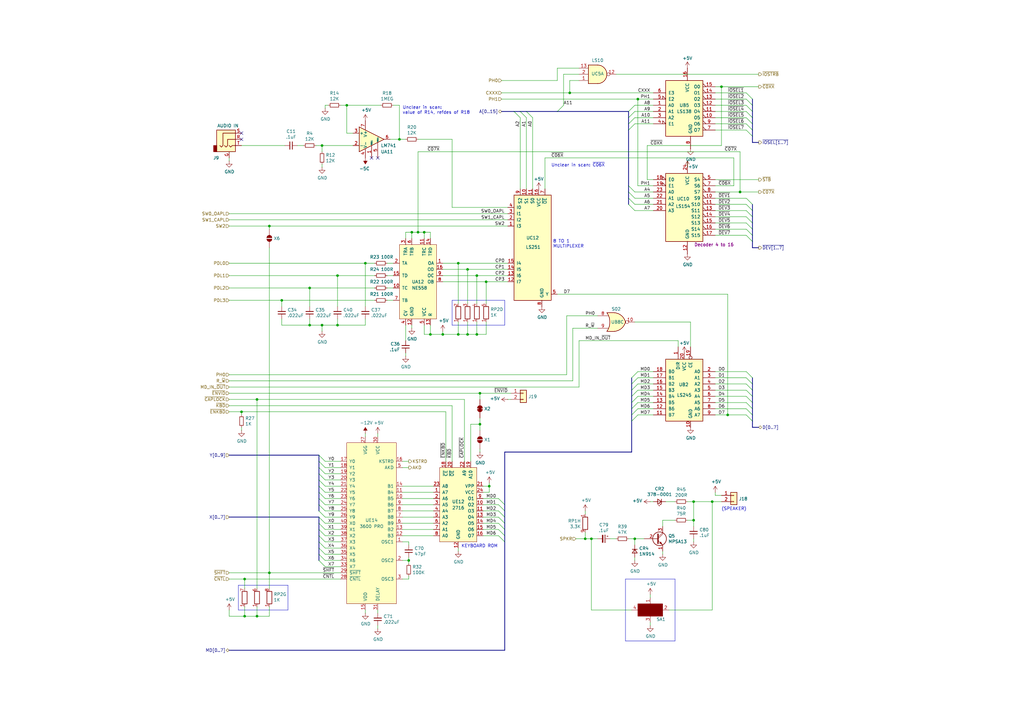
<source format=kicad_sch>
(kicad_sch (version 20250114) (generator "eeschema") (generator_version "9.0")
  (paper "A3")
  (title_block (title "I/O A2E NTSC"))
  (text "Unclear in scan:\nvalue of R14, refdes of R18" (at 165.1 46.99 0) (effects (font (size 1.27 1.27)) (justify left bottom)))
  (text "(SPEAKER)" (at 295.91 209.55 0) (effects (font (size 1.27 1.27)) (justify left bottom)))
  (text "8 TO 1\nMULTIPLEXER" (at 226.822 101.854 0) (effects (font (size 1.27 1.27)) (justify left bottom)))
  (text "Unclear in scan: ~{C06X}" (at 226.06 68.58 0) (effects (font (size 1.27 1.27)) (justify left bottom)))
  (text "KEYBOARD ROM" (at 189.23 224.79 0) (effects (font (size 1.27 1.27)) (justify left bottom)))
  (junction (at 195.58 113.03))
  (junction (at 284.48 205.74))
  (junction (at 132.08 133.35))
  (junction (at 176.53 137.16))
  (junction (at 110.49 92.71))
  (junction (at 105.41 252.73))
  (junction (at 199.39 115.57))
  (junction (at 187.96 137.16))
  (junction (at 100.33 237.49))
  (junction (at 260.35 220.98))
  (junction (at 284.48 213.36))
  (junction (at 99.06 168.91))
  (junction (at 142.24 43.18))
  (junction (at 195.58 137.16))
  (junction (at 173.99 95.25))
  (junction (at 200.66 199.39))
  (junction (at 163.83 57.15))
  (junction (at 127 118.11))
  (junction (at 242.57 220.98))
  (junction (at 115.57 123.19))
  (junction (at 233.68 38.1))
  (junction (at 127 133.35))
  (junction (at 196.85 161.29))
  (junction (at 295.91 35.56))
  (junction (at 171.45 95.25))
  (junction (at 191.77 110.49))
  (junction (at 191.77 137.16))
  (junction (at 181.61 137.16))
  (junction (at 149.86 107.95))
  (junction (at 138.43 133.35))
  (junction (at 167.64 229.87))
  (junction (at 110.49 234.95))
  (junction (at 298.45 170.18))
  (junction (at 292.1 205.74))
  (junction (at 100.33 252.73))
  (junction (at 240.03 220.98))
  (junction (at 168.91 95.25))
  (junction (at 105.41 163.83))
  (junction (at 132.08 59.69))
  (junction (at 138.43 113.03))
  (junction (at 196.85 173.99))
  (junction (at 261.62 40.64))
  (junction (at 187.96 107.95))
  (junction (at 303.53 78.74))
  (no_connect (at 99.06 54.61))
  (no_connect (at 154.94 64.77))
  (no_connect (at 99.06 57.15))
  (no_connect (at 152.4 64.77))
  (bus_entry (at 204.47 209.55) (size 2.54 2.54))
  (bus_entry (at 213.36 45.72) (size 2.54 2.54))
  (bus_entry (at 130.81 229.87) (size 2.54 2.54))
  (bus_entry (at 130.81 189.23) (size 2.54 2.54))
  (bus_entry (at 257.81 48.26) (size 2.54 -2.54))
  (bus_entry (at 257.81 76.2) (size 2.54 2.54))
  (bus_entry (at 130.81 194.31) (size 2.54 2.54))
  (bus_entry (at 257.81 78.74) (size 2.54 2.54))
  (bus_entry (at 306.07 160.02) (size 2.54 2.54))
  (bus_entry (at 306.07 167.64) (size 2.54 2.54))
  (bus_entry (at 306.07 86.36) (size 2.54 2.54))
  (bus_entry (at 257.81 45.72) (size 2.54 -2.54))
  (bus_entry (at 130.81 217.17) (size 2.54 2.54))
  (bus_entry (at 204.47 207.01) (size 2.54 2.54))
  (bus_entry (at 204.47 217.17) (size 2.54 2.54))
  (bus_entry (at 130.81 224.79) (size 2.54 2.54))
  (bus_entry (at 130.81 209.55) (size 2.54 2.54))
  (bus_entry (at 259.08 170.18) (size 2.54 -2.54))
  (bus_entry (at 259.08 154.94) (size 2.54 -2.54))
  (bus_entry (at 204.47 204.47) (size 2.54 2.54))
  (bus_entry (at 306.07 170.18) (size 2.54 2.54))
  (bus_entry (at 204.47 214.63) (size 2.54 2.54))
  (bus_entry (at 306.07 152.4) (size 2.54 2.54))
  (bus_entry (at 306.07 157.48) (size 2.54 2.54))
  (bus_entry (at 130.81 214.63) (size 2.54 2.54))
  (bus_entry (at 130.81 199.39) (size 2.54 2.54))
  (bus_entry (at 130.81 204.47) (size 2.54 2.54))
  (bus_entry (at 306.07 53.34) (size 2.54 2.54))
  (bus_entry (at 306.07 81.28) (size 2.54 2.54))
  (bus_entry (at 306.07 83.82) (size 2.54 2.54))
  (bus_entry (at 306.07 40.64) (size 2.54 2.54))
  (bus_entry (at 306.07 162.56) (size 2.54 2.54))
  (bus_entry (at 257.81 81.28) (size 2.54 2.54))
  (bus_entry (at 130.81 222.25) (size 2.54 2.54))
  (bus_entry (at 306.07 91.44) (size 2.54 2.54))
  (bus_entry (at 130.81 201.93) (size 2.54 2.54))
  (bus_entry (at 259.08 160.02) (size 2.54 -2.54))
  (bus_entry (at 130.81 212.09) (size 2.54 2.54))
  (bus_entry (at 306.07 48.26) (size 2.54 2.54))
  (bus_entry (at 257.81 50.8) (size 2.54 -2.54))
  (bus_entry (at 259.08 167.64) (size 2.54 -2.54))
  (bus_entry (at 130.81 186.69) (size 2.54 2.54))
  (bus_entry (at 257.81 83.82) (size 2.54 2.54))
  (bus_entry (at 210.82 45.72) (size 2.54 2.54))
  (bus_entry (at 306.07 50.8) (size 2.54 2.54))
  (bus_entry (at 306.07 93.98) (size 2.54 2.54))
  (bus_entry (at 259.08 162.56) (size 2.54 -2.54))
  (bus_entry (at 259.08 172.72) (size 2.54 -2.54))
  (bus_entry (at 306.07 38.1) (size 2.54 2.54))
  (bus_entry (at 228.6 45.72) (size 2.54 -2.54))
  (bus_entry (at 259.08 165.1) (size 2.54 -2.54))
  (bus_entry (at 215.9 45.72) (size 2.54 2.54))
  (bus_entry (at 130.81 191.77) (size 2.54 2.54))
  (bus_entry (at 306.07 96.52) (size 2.54 2.54))
  (bus_entry (at 204.47 219.71) (size 2.54 2.54))
  (bus_entry (at 130.81 219.71) (size 2.54 2.54))
  (bus_entry (at 306.07 45.72) (size 2.54 2.54))
  (bus_entry (at 257.81 53.34) (size 2.54 -2.54))
  (bus_entry (at 306.07 154.94) (size 2.54 2.54))
  (bus_entry (at 259.08 157.48) (size 2.54 -2.54))
  (bus_entry (at 130.81 227.33) (size 2.54 2.54))
  (bus_entry (at 306.07 88.9) (size 2.54 2.54))
  (bus_entry (at 306.07 43.18) (size 2.54 2.54))
  (bus_entry (at 306.07 165.1) (size 2.54 2.54))
  (bus_entry (at 130.81 207.01) (size 2.54 2.54))
  (bus_entry (at 130.81 196.85) (size 2.54 2.54))
  (bus_entry (at 204.47 212.09) (size 2.54 2.54))
  (wire (pts (xy 196.85 171.45) (xy 196.85 173.99)))
  (polyline (pts (xy 97.79 240.03) (xy 118.11 240.03)))
  (bus (pts (xy 259.08 167.64) (xy 259.08 170.18)))
  (wire (pts (xy 231.14 43.18) (xy 231.14 30.48)))
  (wire (pts (xy 208.28 87.63) (xy 93.98 87.63)))
  (wire (pts (xy 167.64 222.25) (xy 167.64 223.52)))
  (bus (pts (xy 130.81 189.23) (xy 130.81 191.77)))
  (wire (pts (xy 303.53 78.74) (xy 303.53 62.23)))
  (wire (pts (xy 105.41 252.73) (xy 100.33 252.73)))
  (wire (pts (xy 138.43 133.35) (xy 149.86 133.35)))
  (wire (pts (xy 237.49 27.94) (xy 228.6 27.94)))
  (wire (pts (xy 205.74 38.1) (xy 233.68 38.1)))
  (wire (pts (xy 260.35 220.98) (xy 260.35 223.52)))
  (wire (pts (xy 93.98 234.95) (xy 110.49 234.95)))
  (polyline (pts (xy 185.42 123.19) (xy 185.42 133.35)))
  (wire (pts (xy 153.67 113.03) (xy 138.43 113.03)))
  (wire (pts (xy 149.86 107.95) (xy 93.98 107.95)))
  (wire (pts (xy 166.37 133.35) (xy 166.37 139.7)))
  (wire (pts (xy 204.47 204.47) (xy 198.12 204.47)))
  (wire (pts (xy 260.35 220.98) (xy 264.16 220.98)))
  (wire (pts (xy 93.98 252.73) (xy 93.98 250.19)))
  (wire (pts (xy 242.57 220.98) (xy 245.11 220.98)))
  (bus (pts (xy 207.01 209.55) (xy 207.01 212.09)))
  (wire (pts (xy 129.54 59.69) (xy 132.08 59.69)))
  (wire (pts (xy 173.99 133.35) (xy 173.99 137.16)))
  (wire (pts (xy 167.64 229.87) (xy 167.64 231.14)))
  (wire (pts (xy 266.7 205.74) (xy 267.97 205.74)))
  (wire (pts (xy 293.37 78.74) (xy 303.53 78.74)))
  (wire (pts (xy 292.1 250.19) (xy 274.32 250.19)))
  (bus (pts (xy 93.98 266.7) (xy 207.01 266.7)))
  (polyline (pts (xy 207.01 123.19) (xy 185.42 123.19)))
  (wire (pts (xy 260.35 81.28) (xy 267.97 81.28)))
  (wire (pts (xy 208.28 113.03) (xy 195.58 113.03)))
  (wire (pts (xy 281.94 66.04) (xy 281.94 68.58)))
  (bus (pts (xy 210.82 45.72) (xy 213.36 45.72)))
  (wire (pts (xy 204.47 219.71) (xy 198.12 219.71)))
  (wire (pts (xy 261.62 162.56) (xy 267.97 162.56)))
  (wire (pts (xy 271.78 213.36) (xy 271.78 215.9)))
  (wire (pts (xy 165.1 219.71) (xy 177.8 219.71)))
  (wire (pts (xy 168.91 97.79) (xy 168.91 95.25)))
  (bus (pts (xy 257.81 78.74) (xy 257.81 81.28)))
  (bus (pts (xy 130.81 217.17) (xy 130.81 219.71)))
  (wire (pts (xy 196.85 161.29) (xy 209.55 161.29)))
  (bus (pts (xy 257.81 45.72) (xy 257.81 48.26)))
  (wire (pts (xy 293.37 53.34) (xy 306.07 53.34)))
  (wire (pts (xy 261.62 76.2) (xy 261.62 40.64)))
  (bus (pts (xy 308.61 172.72) (xy 308.61 175.26)))
  (wire (pts (xy 237.49 139.7) (xy 278.13 139.7)))
  (wire (pts (xy 154.94 250.19) (xy 154.94 251.46)))
  (bus (pts (xy 205.74 45.72) (xy 210.82 45.72)))
  (wire (pts (xy 208.28 90.17) (xy 93.98 90.17)))
  (bus (pts (xy 308.61 157.48) (xy 308.61 160.02)))
  (wire (pts (xy 242.57 220.98) (xy 242.57 250.19)))
  (wire (pts (xy 167.64 237.49) (xy 165.1 237.49)))
  (wire (pts (xy 303.53 78.74) (xy 311.15 78.74)))
  (wire (pts (xy 267.97 170.18) (xy 261.62 170.18)))
  (wire (pts (xy 100.33 252.73) (xy 93.98 252.73)))
  (wire (pts (xy 278.13 139.7) (xy 278.13 142.24)))
  (wire (pts (xy 267.97 160.02) (xy 261.62 160.02)))
  (wire (pts (xy 177.8 201.93) (xy 165.1 201.93)))
  (wire (pts (xy 252.73 30.48) (xy 311.15 30.48)))
  (wire (pts (xy 191.77 124.46) (xy 191.77 110.49)))
  (wire (pts (xy 138.43 113.03) (xy 138.43 125.73)))
  (wire (pts (xy 110.49 252.73) (xy 105.41 252.73)))
  (wire (pts (xy 200.66 199.39) (xy 200.66 201.93)))
  (wire (pts (xy 181.61 107.95) (xy 187.96 107.95)))
  (wire (pts (xy 233.68 33.02) (xy 233.68 38.1)))
  (wire (pts (xy 293.37 45.72) (xy 306.07 45.72)))
  (polyline (pts (xy 207.01 133.35) (xy 207.01 123.19)))
  (wire (pts (xy 208.28 85.09) (xy 185.42 85.09)))
  (bus (pts (xy 259.08 162.56) (xy 259.08 165.1)))
  (wire (pts (xy 100.33 248.92) (xy 100.33 252.73)))
  (wire (pts (xy 133.35 222.25) (xy 139.7 222.25)))
  (wire (pts (xy 187.96 137.16) (xy 191.77 137.16)))
  (wire (pts (xy 204.47 207.01) (xy 198.12 207.01)))
  (wire (pts (xy 105.41 241.3) (xy 105.41 163.83)))
  (wire (pts (xy 191.77 137.16) (xy 195.58 137.16)))
  (wire (pts (xy 163.83 43.18) (xy 161.29 43.18)))
  (wire (pts (xy 165.1 189.23) (xy 167.64 189.23)))
  (wire (pts (xy 208.28 163.83) (xy 209.55 163.83)))
  (wire (pts (xy 110.49 234.95) (xy 110.49 101.6)))
  (bus (pts (xy 130.81 214.63) (xy 130.81 217.17)))
  (wire (pts (xy 293.37 157.48) (xy 306.07 157.48)))
  (wire (pts (xy 205.74 40.64) (xy 261.62 40.64)))
  (bus (pts (xy 257.81 53.34) (xy 257.81 76.2)))
  (wire (pts (xy 177.8 217.17) (xy 165.1 217.17)))
  (wire (pts (xy 298.45 120.65) (xy 228.6 120.65)))
  (wire (pts (xy 306.07 91.44) (xy 293.37 91.44)))
  (bus (pts (xy 257.81 81.28) (xy 257.81 83.82)))
  (bus (pts (xy 207.01 185.42) (xy 207.01 207.01)))
  (bus (pts (xy 228.6 45.72) (xy 257.81 45.72)))
  (wire (pts (xy 193.04 173.99) (xy 193.04 189.23)))
  (wire (pts (xy 257.81 220.98) (xy 260.35 220.98)))
  (wire (pts (xy 261.62 76.2) (xy 267.97 76.2)))
  (wire (pts (xy 133.35 214.63) (xy 139.7 214.63)))
  (wire (pts (xy 295.91 59.69) (xy 265.43 59.69)))
  (bus (pts (xy 308.61 91.44) (xy 308.61 93.98)))
  (bus (pts (xy 308.61 99.06) (xy 308.61 101.6)))
  (wire (pts (xy 293.37 76.2) (xy 300.99 76.2)))
  (bus (pts (xy 259.08 170.18) (xy 259.08 172.72)))
  (wire (pts (xy 167.64 228.6) (xy 167.64 229.87)))
  (bus (pts (xy 308.61 175.26) (xy 311.15 175.26)))
  (wire (pts (xy 295.91 35.56) (xy 295.91 59.69)))
  (wire (pts (xy 100.33 237.49) (xy 139.7 237.49)))
  (polyline (pts (xy 97.79 240.03) (xy 97.79 250.19)))
  (wire (pts (xy 208.28 110.49) (xy 191.77 110.49)))
  (bus (pts (xy 259.08 165.1) (xy 259.08 167.64)))
  (wire (pts (xy 273.05 205.74) (xy 276.86 205.74)))
  (bus (pts (xy 308.61 96.52) (xy 308.61 99.06)))
  (wire (pts (xy 298.45 170.18) (xy 306.07 170.18)))
  (wire (pts (xy 166.37 97.79) (xy 166.37 95.25)))
  (bus (pts (xy 130.81 207.01) (xy 130.81 209.55)))
  (wire (pts (xy 158.75 118.11) (xy 161.29 118.11)))
  (wire (pts (xy 153.67 123.19) (xy 115.57 123.19)))
  (wire (pts (xy 105.41 248.92) (xy 105.41 252.73)))
  (bus (pts (xy 207.01 222.25) (xy 207.01 266.7)))
  (wire (pts (xy 176.53 137.16) (xy 181.61 137.16)))
  (wire (pts (xy 260.35 86.36) (xy 267.97 86.36)))
  (wire (pts (xy 215.9 48.26) (xy 215.9 77.47)))
  (wire (pts (xy 110.49 248.92) (xy 110.49 252.73)))
  (wire (pts (xy 261.62 167.64) (xy 267.97 167.64)))
  (bus (pts (xy 215.9 45.72) (xy 228.6 45.72)))
  (wire (pts (xy 196.85 173.99) (xy 193.04 173.99)))
  (wire (pts (xy 163.83 57.15) (xy 163.83 43.18)))
  (wire (pts (xy 190.5 163.83) (xy 190.5 189.23)))
  (wire (pts (xy 133.35 191.77) (xy 139.7 191.77)))
  (wire (pts (xy 127 130.81) (xy 127 133.35)))
  (bus (pts (xy 257.81 48.26) (xy 257.81 50.8)))
  (bus (pts (xy 259.08 157.48) (xy 259.08 160.02)))
  (wire (pts (xy 240.03 220.98) (xy 236.22 220.98)))
  (wire (pts (xy 99.06 175.26) (xy 99.06 176.53)))
  (wire (pts (xy 200.66 201.93) (xy 198.12 201.93)))
  (wire (pts (xy 165.1 222.25) (xy 167.64 222.25)))
  (bus (pts (xy 308.61 45.72) (xy 308.61 48.26)))
  (wire (pts (xy 165.1 191.77) (xy 167.64 191.77)))
  (wire (pts (xy 265.43 59.69) (xy 265.43 73.66)))
  (wire (pts (xy 260.35 43.18) (xy 267.97 43.18)))
  (wire (pts (xy 176.53 137.16) (xy 176.53 133.35)))
  (wire (pts (xy 158.75 123.19) (xy 161.29 123.19)))
  (bus (pts (xy 308.61 165.1) (xy 308.61 167.64)))
  (wire (pts (xy 156.21 43.18) (xy 142.24 43.18)))
  (wire (pts (xy 177.8 212.09) (xy 165.1 212.09)))
  (wire (pts (xy 110.49 234.95) (xy 139.7 234.95)))
  (wire (pts (xy 306.07 96.52) (xy 293.37 96.52)))
  (wire (pts (xy 133.35 204.47) (xy 139.7 204.47)))
  (wire (pts (xy 271.78 226.06) (xy 271.78 227.33)))
  (wire (pts (xy 281.94 213.36) (xy 284.48 213.36)))
  (polyline (pts (xy 256.54 262.89) (xy 256.54 237.49)))
  (bus (pts (xy 308.61 162.56) (xy 308.61 165.1)))
  (bus (pts (xy 207.01 214.63) (xy 207.01 217.17)))
  (wire (pts (xy 237.49 158.75) (xy 237.49 139.7)))
  (wire (pts (xy 187.96 107.95) (xy 208.28 107.95)))
  (wire (pts (xy 93.98 166.37) (xy 185.42 166.37)))
  (wire (pts (xy 142.24 43.18) (xy 142.24 54.61)))
  (wire (pts (xy 208.28 92.71) (xy 110.49 92.71)))
  (wire (pts (xy 173.99 137.16) (xy 176.53 137.16)))
  (wire (pts (xy 204.47 209.55) (xy 198.12 209.55)))
  (bus (pts (xy 207.01 207.01) (xy 207.01 209.55)))
  (wire (pts (xy 133.35 227.33) (xy 139.7 227.33)))
  (wire (pts (xy 160.02 57.15) (xy 163.83 57.15)))
  (wire (pts (xy 99.06 168.91) (xy 182.88 168.91)))
  (wire (pts (xy 234.95 134.62) (xy 245.11 134.62)))
  (bus (pts (xy 259.08 172.72) (xy 259.08 185.42)))
  (wire (pts (xy 110.49 92.71) (xy 93.98 92.71)))
  (bus (pts (xy 259.08 160.02) (xy 259.08 162.56)))
  (wire (pts (xy 149.86 107.95) (xy 149.86 125.73)))
  (wire (pts (xy 133.35 229.87) (xy 139.7 229.87)))
  (wire (pts (xy 99.06 59.69) (xy 116.84 59.69)))
  (wire (pts (xy 234.95 156.21) (xy 234.95 134.62)))
  (wire (pts (xy 133.35 219.71) (xy 139.7 219.71)))
  (wire (pts (xy 204.47 217.17) (xy 198.12 217.17)))
  (wire (pts (xy 292.1 205.74) (xy 295.91 205.74)))
  (wire (pts (xy 293.37 40.64) (xy 306.07 40.64)))
  (wire (pts (xy 182.88 168.91) (xy 182.88 189.23)))
  (wire (pts (xy 232.41 153.67) (xy 232.41 129.54)))
  (wire (pts (xy 223.52 64.77) (xy 223.52 77.47)))
  (wire (pts (xy 165.1 204.47) (xy 177.8 204.47)))
  (wire (pts (xy 133.35 212.09) (xy 139.7 212.09)))
  (wire (pts (xy 158.75 107.95) (xy 161.29 107.95)))
  (bus (pts (xy 207.01 217.17) (xy 207.01 219.71)))
  (wire (pts (xy 293.37 203.2) (xy 293.37 201.93)))
  (wire (pts (xy 199.39 124.46) (xy 199.39 115.57)))
  (wire (pts (xy 139.7 43.18) (xy 142.24 43.18)))
  (wire (pts (xy 133.35 189.23) (xy 139.7 189.23)))
  (wire (pts (xy 191.77 110.49) (xy 181.61 110.49)))
  (wire (pts (xy 283.21 132.08) (xy 283.21 142.24)))
  (bus (pts (xy 308.61 88.9) (xy 308.61 91.44)))
  (wire (pts (xy 166.37 95.25) (xy 168.91 95.25)))
  (wire (pts (xy 293.37 38.1) (xy 306.07 38.1)))
  (wire (pts (xy 149.86 250.19) (xy 149.86 251.46)))
  (wire (pts (xy 176.53 95.25) (xy 176.53 97.79)))
  (wire (pts (xy 281.94 205.74) (xy 284.48 205.74)))
  (wire (pts (xy 133.35 201.93) (xy 139.7 201.93)))
  (wire (pts (xy 168.91 133.35) (xy 168.91 134.62)))
  (wire (pts (xy 293.37 43.18) (xy 306.07 43.18)))
  (wire (pts (xy 293.37 167.64) (xy 306.07 167.64)))
  (bus (pts (xy 130.81 201.93) (xy 130.81 204.47)))
  (bus (pts (xy 257.81 50.8) (xy 257.81 53.34)))
  (wire (pts (xy 187.96 137.16) (xy 181.61 137.16)))
  (wire (pts (xy 298.45 170.18) (xy 298.45 120.65)))
  (wire (pts (xy 132.08 135.89) (xy 132.08 133.35)))
  (wire (pts (xy 261.62 40.64) (xy 267.97 40.64)))
  (wire (pts (xy 195.58 137.16) (xy 195.58 132.08)))
  (wire (pts (xy 293.37 170.18) (xy 298.45 170.18)))
  (wire (pts (xy 284.48 205.74) (xy 292.1 205.74)))
  (bus (pts (xy 259.08 154.94) (xy 259.08 157.48)))
  (wire (pts (xy 265.43 73.66) (xy 267.97 73.66)))
  (polyline (pts (xy 276.86 262.89) (xy 256.54 262.89)))
  (wire (pts (xy 138.43 130.81) (xy 138.43 133.35)))
  (wire (pts (xy 149.86 177.8) (xy 149.86 179.07)))
  (bus (pts (xy 308.61 48.26) (xy 308.61 50.8)))
  (bus (pts (xy 308.61 50.8) (xy 308.61 53.34)))
  (wire (pts (xy 133.35 209.55) (xy 139.7 209.55)))
  (wire (pts (xy 133.35 232.41) (xy 139.7 232.41)))
  (wire (pts (xy 284.48 213.36) (xy 284.48 215.9)))
  (wire (pts (xy 93.98 64.77) (xy 93.98 66.04)))
  (wire (pts (xy 292.1 205.74) (xy 292.1 250.19)))
  (wire (pts (xy 204.47 212.09) (xy 198.12 212.09)))
  (bus (pts (xy 207.01 219.71) (xy 207.01 222.25)))
  (wire (pts (xy 110.49 93.98) (xy 110.49 92.71)))
  (wire (pts (xy 168.91 95.25) (xy 171.45 95.25)))
  (wire (pts (xy 181.61 135.89) (xy 181.61 137.16)))
  (wire (pts (xy 171.45 62.23) (xy 303.53 62.23)))
  (bus (pts (xy 130.81 186.69) (xy 130.81 189.23)))
  (wire (pts (xy 133.35 199.39) (xy 139.7 199.39)))
  (wire (pts (xy 133.35 217.17) (xy 139.7 217.17)))
  (wire (pts (xy 166.37 144.78) (xy 166.37 146.05)))
  (wire (pts (xy 187.96 132.08) (xy 187.96 137.16)))
  (wire (pts (xy 93.98 153.67) (xy 232.41 153.67)))
  (bus (pts (xy 130.81 186.69) (xy 93.98 186.69)))
  (wire (pts (xy 185.42 166.37) (xy 185.42 189.23)))
  (wire (pts (xy 293.37 152.4) (xy 306.07 152.4)))
  (wire (pts (xy 260.35 78.74) (xy 267.97 78.74)))
  (bus (pts (xy 130.81 212.09) (xy 130.81 214.63)))
  (bus (pts (xy 213.36 45.72) (xy 215.9 45.72)))
  (bus (pts (xy 207.01 212.09) (xy 207.01 214.63)))
  (wire (pts (xy 300.99 64.77) (xy 300.99 76.2)))
  (bus (pts (xy 130.81 191.77) (xy 130.81 194.31)))
  (wire (pts (xy 93.98 156.21) (xy 234.95 156.21)))
  (wire (pts (xy 93.98 118.11) (xy 127 118.11)))
  (wire (pts (xy 306.07 81.28) (xy 293.37 81.28)))
  (wire (pts (xy 110.49 241.3) (xy 110.49 234.95)))
  (wire (pts (xy 200.66 198.12) (xy 200.66 199.39)))
  (wire (pts (xy 196.85 173.99) (xy 196.85 176.53)))
  (bus (pts (xy 130.81 227.33) (xy 130.81 229.87)))
  (wire (pts (xy 240.03 220.98) (xy 242.57 220.98)))
  (wire (pts (xy 153.67 107.95) (xy 149.86 107.95)))
  (wire (pts (xy 99.06 168.91) (xy 99.06 170.18)))
  (wire (pts (xy 93.98 237.49) (xy 100.33 237.49)))
  (wire (pts (xy 205.74 33.02) (xy 228.6 33.02)))
  (wire (pts (xy 293.37 73.66) (xy 311.15 73.66)))
  (wire (pts (xy 165.1 199.39) (xy 177.8 199.39)))
  (wire (pts (xy 132.08 59.69) (xy 132.08 62.23)))
  (wire (pts (xy 293.37 35.56) (xy 295.91 35.56)))
  (wire (pts (xy 132.08 67.31) (xy 132.08 68.58)))
  (wire (pts (xy 154.94 177.8) (xy 154.94 179.07)))
  (wire (pts (xy 149.86 133.35) (xy 149.86 130.81)))
  (wire (pts (xy 306.07 93.98) (xy 293.37 93.98)))
  (bus (pts (xy 308.61 160.02) (xy 308.61 162.56)))
  (wire (pts (xy 231.14 30.48) (xy 237.49 30.48)))
  (wire (pts (xy 187.96 124.46) (xy 187.96 107.95)))
  (wire (pts (xy 100.33 241.3) (xy 100.33 237.49)))
  (bus (pts (xy 308.61 167.64) (xy 308.61 170.18)))
  (wire (pts (xy 198.12 199.39) (xy 200.66 199.39)))
  (wire (pts (xy 142.24 54.61) (xy 144.78 54.61)))
  (wire (pts (xy 127 118.11) (xy 127 125.73)))
  (polyline (pts (xy 118.11 250.19) (xy 97.79 250.19)))
  (bus (pts (xy 130.81 196.85) (xy 130.81 199.39)))
  (wire (pts (xy 300.99 64.77) (xy 223.52 64.77)))
  (bus (pts (xy 308.61 55.88) (xy 308.61 58.42)))
  (wire (pts (xy 218.44 77.47) (xy 218.44 48.26)))
  (wire (pts (xy 185.42 85.09) (xy 185.42 57.15)))
  (wire (pts (xy 191.77 137.16) (xy 191.77 132.08)))
  (wire (pts (xy 171.45 95.25) (xy 173.99 95.25)))
  (bus (pts (xy 308.61 58.42) (xy 311.15 58.42)))
  (wire (pts (xy 228.6 27.94) (xy 228.6 33.02)))
  (polyline (pts (xy 185.42 133.35) (xy 207.01 133.35)))
  (wire (pts (xy 121.92 59.69) (xy 124.46 59.69)))
  (wire (pts (xy 306.07 83.82) (xy 293.37 83.82)))
  (wire (pts (xy 93.98 168.91) (xy 99.06 168.91)))
  (bus (pts (xy 93.98 212.09) (xy 130.81 212.09)))
  (wire (pts (xy 293.37 162.56) (xy 306.07 162.56)))
  (wire (pts (xy 158.75 113.03) (xy 161.29 113.03)))
  (bus (pts (xy 308.61 83.82) (xy 308.61 86.36)))
  (wire (pts (xy 208.28 115.57) (xy 199.39 115.57)))
  (wire (pts (xy 260.35 45.72) (xy 267.97 45.72)))
  (polyline (pts (xy 118.11 240.03) (xy 118.11 250.19)))
  (wire (pts (xy 134.62 43.18) (xy 133.35 43.18)))
  (bus (pts (xy 130.81 219.71) (xy 130.81 222.25)))
  (bus (pts (xy 130.81 224.79) (xy 130.81 227.33)))
  (wire (pts (xy 284.48 220.98) (xy 284.48 222.25)))
  (wire (pts (xy 293.37 50.8) (xy 306.07 50.8)))
  (wire (pts (xy 115.57 123.19) (xy 115.57 125.73)))
  (wire (pts (xy 105.41 163.83) (xy 190.5 163.83)))
  (wire (pts (xy 240.03 209.55) (xy 240.03 210.82)))
  (bus (pts (xy 308.61 170.18) (xy 308.61 172.72)))
  (wire (pts (xy 293.37 160.02) (xy 306.07 160.02)))
  (wire (pts (xy 173.99 95.25) (xy 176.53 95.25)))
  (wire (pts (xy 127 133.35) (xy 132.08 133.35)))
  (bus (pts (xy 308.61 93.98) (xy 308.61 96.52)))
  (wire (pts (xy 93.98 161.29) (xy 196.85 161.29)))
  (wire (pts (xy 276.86 213.36) (xy 271.78 213.36)))
  (wire (pts (xy 115.57 123.19) (xy 93.98 123.19)))
  (wire (pts (xy 213.36 77.47) (xy 213.36 48.26)))
  (wire (pts (xy 133.35 224.79) (xy 139.7 224.79)))
  (wire (pts (xy 233.68 38.1) (xy 267.97 38.1)))
  (wire (pts (xy 185.42 57.15) (xy 171.45 57.15)))
  (wire (pts (xy 250.19 220.98) (xy 252.73 220.98)))
  (wire (pts (xy 199.39 137.16) (xy 199.39 132.08)))
  (wire (pts (xy 261.62 157.48) (xy 267.97 157.48)))
  (polyline (pts (xy 256.54 237.49) (xy 276.86 237.49)))
  (wire (pts (xy 306.07 88.9) (xy 293.37 88.9)))
  (bus (pts (xy 308.61 86.36) (xy 308.61 88.9)))
  (bus (pts (xy 308.61 43.18) (xy 308.61 45.72)))
  (wire (pts (xy 195.58 124.46) (xy 195.58 113.03)))
  (wire (pts (xy 165.1 214.63) (xy 177.8 214.63)))
  (wire (pts (xy 133.35 194.31) (xy 139.7 194.31)))
  (bus (pts (xy 259.08 185.42) (xy 207.01 185.42)))
  (polyline (pts (xy 276.86 237.49) (xy 276.86 262.89)))
  (wire (pts (xy 133.35 43.18) (xy 133.35 44.45)))
  (bus (pts (xy 257.81 76.2) (xy 257.81 78.74)))
  (wire (pts (xy 177.8 207.01) (xy 165.1 207.01)))
  (wire (pts (xy 173.99 97.79) (xy 173.99 95.25)))
  (wire (pts (xy 154.94 256.54) (xy 154.94 257.81)))
  (bus (pts (xy 130.81 194.31) (xy 130.81 196.85)))
  (wire (pts (xy 115.57 133.35) (xy 127 133.35)))
  (bus (pts (xy 130.81 199.39) (xy 130.81 201.93)))
  (wire (pts (xy 261.62 152.4) (xy 267.97 152.4)))
  (wire (pts (xy 133.35 207.01) (xy 139.7 207.01)))
  (wire (pts (xy 167.64 236.22) (xy 167.64 237.49)))
  (wire (pts (xy 266.7 255.27) (xy 266.7 256.54)))
  (wire (pts (xy 187.96 224.79) (xy 187.96 226.06)))
  (wire (pts (xy 195.58 137.16) (xy 199.39 137.16)))
  (wire (pts (xy 242.57 250.19) (xy 259.08 250.19)))
  (wire (pts (xy 284.48 205.74) (xy 284.48 213.36)))
  (wire (pts (xy 132.08 59.69) (xy 144.78 59.69)))
  (wire (pts (xy 132.08 133.35) (xy 138.43 133.35)))
  (wire (pts (xy 266.7 243.84) (xy 266.7 245.11)))
  (wire (pts (xy 165.1 229.87) (xy 167.64 229.87)))
  (wire (pts (xy 171.45 95.25) (xy 171.45 62.23)))
  (wire (pts (xy 115.57 130.81) (xy 115.57 133.35)))
  (bus (pts (xy 308.61 40.64) (xy 308.61 43.18)))
  (wire (pts (xy 93.98 158.75) (xy 237.49 158.75)))
  (wire (pts (xy 260.35 83.82) (xy 267.97 83.82)))
  (bus (pts (xy 308.61 154.94) (xy 308.61 157.48)))
  (wire (pts (xy 260.35 48.26) (xy 267.97 48.26)))
  (wire (pts (xy 93.98 163.83) (xy 105.41 163.83)))
  (wire (pts (xy 237.49 33.02) (xy 233.68 33.02)))
  (wire (pts (xy 232.41 129.54) (xy 245.11 129.54)))
  (wire (pts (xy 295.91 203.2) (xy 293.37 203.2)))
  (wire (pts (xy 195.58 113.03) (xy 181.61 113.03)))
  (wire (pts (xy 293.37 48.26) (xy 306.07 48.26)))
  (wire (pts (xy 196.85 163.83) (xy 196.85 161.29)))
  (wire (pts (xy 293.37 154.94) (xy 306.07 154.94)))
  (wire (pts (xy 196.85 185.42) (xy 196.85 184.15)))
  (wire (pts (xy 199.39 115.57) (xy 181.61 115.57)))
  (wire (pts (xy 260.35 228.6) (xy 260.35 229.87)))
  (wire (pts (xy 133.35 196.85) (xy 139.7 196.85)))
  (wire (pts (xy 267.97 165.1) (xy 261.62 165.1)))
  (wire (pts (xy 240.03 218.44) (xy 240.03 220.98)))
  (wire (pts (xy 163.83 57.15) (xy 166.37 57.15)))
  (bus (pts (xy 308.61 53.34) (xy 308.61 55.88)))
  (wire (pts (xy 93.98 113.03) (xy 138.43 113.03)))
  (bus (pts (xy 130.81 204.47) (xy 130.81 207.01)))
  (bus (pts (xy 130.81 222.25) (xy 130.81 224.79)))
  (wire (pts (xy 260.35 50.8) (xy 267.97 50.8)))
  (bus (pts (xy 308.61 101.6) (xy 311.15 101.6)))
  (wire (pts (xy 165.1 209.55) (xy 177.8 209.55)))
  (wire (pts (xy 153.67 118.11) (xy 127 118.11)))
  (wire (pts (xy 267.97 154.94) (xy 261.62 154.94)))
  (wire (pts (xy 295.91 35.56) (xy 311.15 35.56)))
  (wire (pts (xy 260.35 132.08) (xy 283.21 132.08)))
  (wire (pts (xy 293.37 165.1) (xy 306.07 165.1)))
  (wire (pts (xy 204.47 214.63) (xy 198.12 214.63)))
  (wire (pts (xy 306.07 86.36) (xy 293.37 86.36)))
  (label "MD5" (at 266.7 165.1 180))
  (label "D1" (at 294.64 154.94 0))
  (label "A5" (at 266.7 81.28 180))
  (label "Y2" (at 137.16 194.31 180))
  (label "A11" (at 231.14 43.18 0))
  (label "MD1" (at 266.7 154.94 180))
  (label "A9" (at 266.7 45.72 180))
  (label "X7" (at 137.16 232.41 180))
  (label "~{DEV4}" (at 294.64 88.9 0))
  (label "MD6" (at 266.7 167.64 180))
  (label "X1" (at 137.16 217.17 180))
  (label "Y8" (at 137.16 209.55 180))
  (label "A6" (at 266.7 83.82 180))
  (label "D6" (at 294.64 167.64 0))
  (label "Y9" (at 137.16 212.09 180))
  (label "~{C0XX}" (at 266.7 59.69 0))
  (label "D7" (at 294.64 170.18 0))
  (label "MD0" (at 266.7 152.4 180))
  (label "~{KBD}" (at 185.42 187.96 90))
  (label "MD4" (at 266.7 162.56 180))
  (label "Y7" (at 137.16 207.01 180))
  (label "SW0_OAPL" (at 207.01 87.63 180))
  (label "CP2" (at 207.01 113.03 180))
  (label "CP1" (at 207.01 110.49 180))
  (label "~{C06X}" (at 294.64 76.2 0))
  (label "D0" (at 294.64 152.4 0))
  (label "X2" (at 137.16 219.71 180))
  (label "~{IOSEL1}" (at 298.45 38.1 0))
  (label "MD6" (at 199.39 219.71 0))
  (label "D7" (at 231.14 120.65 0))
  (label "~{CAPLOCK}" (at 190.5 187.96 90))
  (label "A7" (at 266.7 86.36 180))
  (label "MD2" (at 266.7 157.48 180))
  (label "A2" (at 213.36 49.53 270))
  (label "X0" (at 137.16 214.63 180))
  (label "MD1" (at 199.39 207.01 0))
  (label "A4" (at 266.7 78.74 180))
  (label "Y3" (at 137.16 196.85 180))
  (label "MD4" (at 199.39 214.63 0))
  (label "MD7" (at 266.7 170.18 180))
  (label "~{SHFT}" (at 137.16 234.95 180))
  (label "MD0" (at 199.39 204.47 0))
  (label "~{ENKBD}" (at 182.88 187.96 90))
  (label "~{DEV7}" (at 294.64 96.52 0))
  (label "Y5" (at 137.16 201.93 180))
  (label "A0" (at 218.44 49.53 270))
  (label "MD5" (at 199.39 217.17 0))
  (label "Y4" (at 137.16 199.39 180))
  (label "D5" (at 294.64 165.1 0))
  (label "MD3" (at 266.7 160.02 180))
  (label "~{CNTL}" (at 137.16 237.49 180))
  (label "~{DEV2}" (at 294.64 83.82 0))
  (label "PH1" (at 266.7 40.64 180))
  (label "~{IOSEL6}" (at 298.45 50.8 0))
  (label "PH1" (at 266.7 76.2 180))
  (label "Y1" (at 137.16 191.77 180))
  (label "D4" (at 294.64 162.56 0))
  (label "Y0" (at 137.16 189.23 180))
  (label "D2" (at 294.64 157.48 0))
  (label "SW2" (at 207.01 92.71 180))
  (label "X3" (at 137.16 222.25 180))
  (label "PH0" (at 240.03 129.54 0))
  (label "~{IOSEL5}" (at 298.45 48.26 0))
  (label "~{IOSEL2}" (at 298.45 40.64 0))
  (label "A1" (at 215.9 49.53 270))
  (label "~{DEV5}" (at 294.64 91.44 0))
  (label "A8" (at 266.7 43.18 180))
  (label "~{C06X}" (at 226.06 64.77 0))
  (label "~{DEV6}" (at 294.64 93.98 0))
  (label "D3" (at 294.64 160.02 0))
  (label "CXXX" (at 266.7 38.1 180))
  (label "X6" (at 137.16 229.87 180))
  (label "MD2" (at 199.39 209.55 0))
  (label "A10" (at 266.7 48.26 180))
  (label "~{DEV1}" (at 294.64 81.28 0))
  (label "X5" (at 137.16 227.33 180))
  (label "SW1_CAPL" (at 207.01 90.17 180))
  (label "~{C07X}" (at 302.26 62.23 180))
  (label "CP0" (at 207.01 107.95 180))
  (label "~{C07X}" (at 175.26 62.23 0))
  (label "A11" (at 266.7 50.8 180))
  (label "~{IOSEL3}" (at 298.45 43.18 0))
  (label "~{IOSEL4}" (at 298.45 45.72 0))
  (label "~{ENVID}" (at 208.28 161.29 180))
  (label "~{IOSEL7}" (at 298.45 53.34 0))
  (label "MD_IN_~{OUT}" (at 240.03 139.7 0))
  (label "X4" (at 137.16 224.79 180))
  (label "R_~{W}" (at 240.03 134.62 0))
  (label "MD3" (at 199.39 212.09 0))
  (label "CP3" (at 207.01 115.57 180))
  (label "~{DEV3}" (at 294.64 86.36 0))
  (label "Y6" (at 137.16 204.47 180))
  (hierarchical_label "PH0" (shape input) (at 93.98 153.67 180))
  (hierarchical_label "AKD" (shape output) (at 167.64 191.77 0))
  (hierarchical_label "MD[0..7]" (shape bidirectional) (at 93.98 266.7 180))
  (hierarchical_label "~{C07X}" (shape output) (at 311.15 78.74 0))
  (hierarchical_label "~{KBD}" (shape input) (at 93.98 166.37 180))
  (hierarchical_label "Y[0..9]" (shape input) (at 93.98 186.69 180))
  (hierarchical_label "~{CNTL}" (shape input) (at 93.98 237.49 180))
  (hierarchical_label "~{STB}" (shape output) (at 311.15 73.66 0))
  (hierarchical_label "PDL0" (shape input) (at 93.98 107.95 180))
  (hierarchical_label "~{IOSTRB}" (shape output) (at 311.15 30.48 0))
  (hierarchical_label "PDL1" (shape input) (at 93.98 113.03 180))
  (hierarchical_label "PH0" (shape input) (at 205.74 33.02 180))
  (hierarchical_label "R_~{W}" (shape input) (at 93.98 156.21 180))
  (hierarchical_label "~{DEV[1..7]}" (shape output) (at 311.15 101.6 0))
  (hierarchical_label "CXXX" (shape input) (at 205.74 38.1 180))
  (hierarchical_label "D[0..7]" (shape bidirectional) (at 311.15 175.26 0))
  (hierarchical_label "~{ENVID}" (shape input) (at 93.98 161.29 180))
  (hierarchical_label "PDL2" (shape input) (at 93.98 118.11 180))
  (hierarchical_label "KSTRD" (shape output) (at 167.64 189.23 0))
  (hierarchical_label "~{SHFT}" (shape input) (at 93.98 234.95 180))
  (hierarchical_label "SPKR" (shape input) (at 236.22 220.98 180))
  (hierarchical_label "~{CAPLOCK}" (shape input) (at 93.98 163.83 180))
  (hierarchical_label "PH1" (shape input) (at 205.74 40.64 180))
  (hierarchical_label "~{C0XX}" (shape output) (at 311.15 35.56 0))
  (hierarchical_label "SW1_CAPL" (shape input) (at 93.98 90.17 180))
  (hierarchical_label "X[0..7]" (shape input) (at 93.98 212.09 180))
  (hierarchical_label "~{IOSEL[1..7]}" (shape output) (at 311.15 58.42 0))
  (hierarchical_label "~{ENKBD}" (shape input) (at 93.98 168.91 180))
  (hierarchical_label "SW2" (shape input) (at 93.98 92.71 180))
  (hierarchical_label "MD_IN_~{OUT}" (shape input) (at 93.98 158.75 180))
  (hierarchical_label "SW0_OAPL" (shape input) (at 93.98 87.63 180))
  (hierarchical_label "A[0..15]" (shape bidirectional) (at 205.74 45.72 180))
  (hierarchical_label "PDL3" (shape input) (at 93.98 123.19 180))
  (symbol (lib_id "Apple_IIe_Symbols:SoundAmp") (at 266.7 250.19 0) (unit 1)
    (property "Reference" "SA1" (at 269.24 254 0) (effects (justify left)))
    (property "Value" "SoundAmp" (effects (hide yes)))
    (property "Footprint" "Ferrite_THT:LairdTech_28C0236-0JW-10" (effects (hide yes)))
  )
  (symbol (lib_id "Connector_Audio:AudioJack3_Ground") (at 93.98 57.15 0) (unit 1)
    (property "Reference" "J9" (at 88.646 64.77 0))
    (property "Value" "AUDIO IN" (at 93.472 51.562 0))
    (property "Footprint" "Connector_Audio:Jack_3.5mm_CUI_SJ1-3525N_Horizontal" (effects (hide yes)))
    (property "Description" "Audio Connector, 3 Poles (Stereo / TRS), Grounded Sleeve" (effects (hide yes)))
  )
  (symbol (lib_id "power:GND") (at 93.98 66.04 0) (unit 1)
    (property "Reference" "#PWR01" (effects (hide yes)))
    (property "Value" "GND" (at 94.107 70.4342 0))
    (property "Description" "Power symbol creates a global label with name \"GND\" , ground" (effects (hide yes)))
  )
  (symbol (lib_id "Device:C_Small") (at 119.38 59.69 270) (unit 1)
    (property "Reference" "C11" (at 119.38 53.8734 90))
    (property "Value" ".1uF" (at 119.38 56.1848 90))
    (property "Footprint" "Capacitor_THT:C_Axial_L3.8mm_D2.6mm_P10.00mm_Horizontal" (effects (hide yes)))
    (property "Description" "Unpolarized capacitor, small symbol" (effects (hide yes)))
  )
  (symbol (lib_id "Device:R_Small") (at 127 59.69 270) (unit 1)
    (property "Reference" "R4" (at 127 54.7116 90))
    (property "Value" "12K" (at 127 57.023 90))
    (property "Footprint" "Resistor_THT:R_Axial_DIN0204_L3.6mm_D1.6mm_P7.62mm_Horizontal" (effects (hide yes)))
    (property "Description" "Resistor, small symbol" (effects (hide yes)))
  )
  (symbol (lib_id "Device:R_Small") (at 132.08 64.77 180) (unit 1)
    (property "Reference" "R12" (at 133.5786 63.6016 0) (effects (justify right)))
    (property "Value" "12K" (at 133.5786 65.913 0) (effects (justify right)))
    (property "Footprint" "Resistor_THT:R_Axial_DIN0204_L3.6mm_D1.6mm_P7.62mm_Horizontal" (effects (hide yes)))
    (property "Description" "Resistor, small symbol" (effects (hide yes)))
  )
  (symbol (lib_id "power:GND") (at 132.08 68.58 0) (unit 1)
    (property "Reference" "#PWR04" (effects (hide yes)))
    (property "Value" "GND" (at 132.207 72.9742 0))
    (property "Description" "Power symbol creates a global label with name \"GND\" , ground" (effects (hide yes)))
  )
  (symbol (lib_id "Apple_IIe_Symbols:-5C") (at 149.86 64.77 180) (unit 1)
    (property "Reference" "#PWR08" (effects (hide yes)))
    (property "Value" "-5C" (at 149.479 69.1642 0))
    (property "Description" "Power symbol creates a global label with name \"-5C\"" (effects (hide yes)))
  )
  (symbol (lib_id "power:+5V") (at 149.86 49.53 0) (unit 1)
    (property "Reference" "#PWR07" (effects (hide yes)))
    (property "Value" "+5V" (at 150.241 45.1358 0))
    (property "Description" "Power symbol creates a global label with name \"+5V\"" (effects (hide yes)))
  )
  (symbol (lib_id "Device:R_Small") (at 158.75 43.18 90) (unit 1)
    (property "Reference" "R18" (at 158.75 38.2016 90))
    (property "Value" "1MEG" (at 158.75 40.513 90))
    (property "Footprint" "Resistor_THT:R_Axial_DIN0204_L3.6mm_D1.6mm_P7.62mm_Horizontal" (effects (hide yes)))
    (property "Description" "Resistor, small symbol" (effects (hide yes)))
  )
  (symbol (lib_id "Device:R_Small") (at 137.16 43.18 270) (unit 1)
    (property "Reference" "R14" (at 137.16 38.2016 90))
    (property "Value" "12K" (at 137.16 40.513 90))
    (property "Footprint" "Resistor_THT:R_Axial_DIN0204_L3.6mm_D1.6mm_P7.62mm_Horizontal" (effects (hide yes)))
    (property "Description" "Resistor, small symbol" (effects (hide yes)))
  )
  (symbol (lib_id "Device:R_Small") (at 168.91 57.15 90) (unit 1)
    (property "Reference" "R20" (at 168.91 52.1716 90))
    (property "Value" "12K" (at 168.91 54.483 90))
    (property "Footprint" "Resistor_THT:R_Axial_DIN0204_L3.6mm_D1.6mm_P7.62mm_Horizontal" (effects (hide yes)))
    (property "Description" "Resistor, small symbol" (effects (hide yes)))
  )
  (symbol (lib_id "power:GND") (at 133.35 44.45 0) (unit 1)
    (property "Reference" "#PWR06" (effects (hide yes)))
    (property "Value" "GND" (at 133.477 48.8442 0))
    (property "Description" "Power symbol creates a global label with name \"GND\" , ground" (effects (hide yes)))
  )
  (symbol (lib_id "Device:R_Small") (at 156.21 107.95 270) (unit 1)
    (property "Reference" "R23" (at 153.67 105.41 90))
    (property "Value" "100R" (at 158.75 105.41 90))
    (property "Footprint" "Resistor_THT:R_Axial_DIN0204_L3.6mm_D1.6mm_P7.62mm_Horizontal" (effects (hide yes)))
    (property "Description" "Resistor, small symbol" (effects (hide yes)))
  )
  (symbol (lib_id "Device:R_Small") (at 156.21 113.03 270) (unit 1)
    (property "Reference" "R24" (at 153.67 110.49 90))
    (property "Value" "100R" (at 158.75 110.49 90))
    (property "Footprint" "Resistor_THT:R_Axial_DIN0204_L3.6mm_D1.6mm_P7.62mm_Horizontal" (effects (hide yes)))
    (property "Description" "Resistor, small symbol" (effects (hide yes)))
  )
  (symbol (lib_id "Device:R_Small") (at 156.21 118.11 270) (unit 1)
    (property "Reference" "R22" (at 153.67 115.57 90))
    (property "Value" "100R" (at 158.75 115.57 90))
    (property "Footprint" "Resistor_THT:R_Axial_DIN0204_L3.6mm_D1.6mm_P7.62mm_Horizontal" (effects (hide yes)))
    (property "Description" "Resistor, small symbol" (effects (hide yes)))
  )
  (symbol (lib_id "Device:R_Small") (at 156.21 123.19 270) (unit 1)
    (property "Reference" "R21" (at 153.67 120.65 90))
    (property "Value" "100R" (at 158.75 120.65 90))
    (property "Footprint" "Resistor_THT:R_Axial_DIN0204_L3.6mm_D1.6mm_P7.62mm_Horizontal" (effects (hide yes)))
    (property "Description" "Resistor, small symbol" (effects (hide yes)))
  )
  (symbol (lib_id "Device:C_Small") (at 149.86 128.27 180) (unit 1)
    (property "Reference" "C37" (at 152.1968 127.1016 0) (effects (justify right)))
    (property "Value" ".022uF" (at 152.1968 129.413 0) (effects (justify right)))
    (property "Footprint" "Capacitor_THT:C_Axial_L3.8mm_D2.6mm_P10.00mm_Horizontal" (effects (hide yes)))
    (property "Description" "Unpolarized capacitor, small symbol" (effects (hide yes)))
  )
  (symbol (lib_id "Device:C_Small") (at 138.43 128.27 180) (unit 1)
    (property "Reference" "C40" (at 140.7668 127.1016 0) (effects (justify right)))
    (property "Value" ".022uF" (at 140.7668 129.413 0) (effects (justify right)))
    (property "Footprint" "Capacitor_THT:C_Axial_L3.8mm_D2.6mm_P10.00mm_Horizontal" (effects (hide yes)))
    (property "Description" "Unpolarized capacitor, small symbol" (effects (hide yes)))
  )
  (symbol (lib_id "Device:C_Small") (at 115.57 128.27 180) (unit 1)
    (property "Reference" "C34" (at 117.9068 127.1016 0) (effects (justify right)))
    (property "Value" ".022uF" (at 117.9068 129.413 0) (effects (justify right)))
    (property "Footprint" "Capacitor_THT:C_Axial_L3.8mm_D2.6mm_P10.00mm_Horizontal" (effects (hide yes)))
    (property "Description" "Unpolarized capacitor, small symbol" (effects (hide yes)))
  )
  (symbol (lib_id "Device:C_Small") (at 127 128.27 180) (unit 1)
    (property "Reference" "C35" (at 129.3368 127.1016 0) (effects (justify right)))
    (property "Value" ".022uF" (at 129.3368 129.413 0) (effects (justify right)))
    (property "Footprint" "Capacitor_THT:C_Axial_L3.8mm_D2.6mm_P10.00mm_Horizontal" (effects (hide yes)))
    (property "Description" "Unpolarized capacitor, small symbol" (effects (hide yes)))
  )
  (symbol (lib_id "power:GND") (at 132.08 135.89 0) (unit 1)
    (property "Reference" "#PWR05" (effects (hide yes)))
    (property "Value" "GND" (at 132.207 140.2842 0))
    (property "Description" "Power symbol creates a global label with name \"GND\" , ground" (effects (hide yes)))
  )
  (symbol (lib_id "Device:C_Small") (at 166.37 142.24 180) (unit 1)
    (property "Reference" "C36" (at 164.0586 141.0716 0) (effects (justify left)))
    (property "Value" ".1uF" (at 164.0586 143.383 0) (effects (justify left)))
    (property "Footprint" "OldComp:Cap_Cer_762" (effects (hide yes)))
    (property "Description" "Unpolarized capacitor, small symbol" (effects (hide yes)))
  )
  (symbol (lib_id "power:GND") (at 166.37 146.05 0) (unit 1)
    (property "Reference" "#PWR013" (effects (hide yes)))
    (property "Value" "GND" (at 166.497 150.4442 0))
    (property "Description" "Power symbol creates a global label with name \"GND\" , ground" (effects (hide yes)))
  )
  (symbol (lib_id "power:GND") (at 168.91 134.62 0) (unit 1)
    (property "Reference" "#PWR014" (effects (hide yes)))
    (property "Value" "GND" (at 169.037 139.0142 0))
    (property "Description" "Power symbol creates a global label with name \"GND\" , ground" (effects (hide yes)))
  )
  (symbol (lib_id "power:+5V") (at 181.61 135.89 0) (unit 1)
    (property "Reference" "#PWR015" (effects (hide yes)))
    (property "Value" "+5V" (at 181.991 131.4958 0))
    (property "Description" "Power symbol creates a global label with name \"+5V\"" (effects (hide yes)))
  )
  (symbol (lib_id "Device:R_Network09_Split") (at 187.96 128.27 180) (unit 1)
    (property "Reference" "RP2" (effects (hide yes)))
    (property "Value" "1K" (effects (hide yes)))
    (property "Footprint" "Resistor_THT:R_Array_SIP10" (effects (hide yes)))
    (property "Datasheet" "http://www.vishay.com/docs/31509/csc.pdf" (effects (hide yes)))
    (property "Description" "9 resistor network, star topology, bussed resistors, split" (effects (hide yes)))
  )
  (symbol (lib_id "Device:R_Network09_Split") (at 191.77 128.27 180) (unit 2)
    (property "Reference" "RP2" (effects (hide yes)))
    (property "Value" "1K" (effects (hide yes)))
    (property "Footprint" "Resistor_THT:R_Array_SIP10" (effects (hide yes)))
    (property "Datasheet" "http://www.vishay.com/docs/31509/csc.pdf" (effects (hide yes)))
    (property "Description" "9 resistor network, star topology, bussed resistors, split" (effects (hide yes)))
  )
  (symbol (lib_id "Device:R_Network09_Split") (at 195.58 128.27 180) (unit 3)
    (property "Reference" "RP2" (effects (hide yes)))
    (property "Value" "1K" (effects (hide yes)))
    (property "Footprint" "Resistor_THT:R_Array_SIP10" (effects (hide yes)))
    (property "Datasheet" "http://www.vishay.com/docs/31509/csc.pdf" (effects (hide yes)))
    (property "Description" "9 resistor network, star topology, bussed resistors, split" (effects (hide yes)))
  )
  (symbol (lib_id "Device:R_Network09_Split") (at 199.39 128.27 180) (unit 4)
    (property "Reference" "RP2" (at 201.1426 126.8984 0) (effects (justify right)))
    (property "Value" "1K" (at 201.1426 129.2098 0) (effects (justify right)))
    (property "Footprint" "Resistor_THT:R_Array_SIP10" (effects (hide yes)))
    (property "Datasheet" "http://www.vishay.com/docs/31509/csc.pdf" (effects (hide yes)))
    (property "Description" "9 resistor network, star topology, bussed resistors, split" (effects (hide yes)))
  )
  (symbol (lib_id "power:-12V") (at 149.86 177.8 0) (unit 1)
    (property "Reference" "#PWR09" (effects (hide yes)))
    (property "Value" "-12V" (at 150.241 173.4058 0))
    (property "Description" "Power symbol creates a global label with name \"-12V\"" (effects (hide yes)))
  )
  (symbol (lib_id "power:+5V") (at 154.94 177.8 0) (unit 1)
    (property "Reference" "#PWR011" (effects (hide yes)))
    (property "Value" "+5V" (at 155.321 173.4058 0))
    (property "Description" "Power symbol creates a global label with name \"+5V\"" (effects (hide yes)))
  )
  (symbol (lib_id "power:GND") (at 149.86 251.46 0) (unit 1)
    (property "Reference" "#PWR010" (effects (hide yes)))
    (property "Value" "GND" (at 149.987 255.8542 0))
    (property "Description" "Power symbol creates a global label with name \"GND\" , ground" (effects (hide yes)))
  )
  (symbol (lib_id "Device:C_Small") (at 154.94 254 180) (unit 1)
    (property "Reference" "C71" (at 157.2768 252.8316 0) (effects (justify right)))
    (property "Value" ".022uF" (at 157.2768 255.143 0) (effects (justify right)))
    (property "Footprint" "Capacitor_THT:C_Axial_L3.8mm_D2.6mm_P10.00mm_Horizontal" (effects (hide yes)))
    (property "Description" "Unpolarized capacitor, small symbol" (effects (hide yes)))
  )
  (symbol (lib_id "power:GND") (at 154.94 257.81 0) (unit 1)
    (property "Reference" "#PWR012" (effects (hide yes)))
    (property "Value" "GND" (at 155.067 262.2042 0))
    (property "Description" "Power symbol creates a global label with name \"GND\" , ground" (effects (hide yes)))
  )
  (symbol (lib_id "Device:C_Small") (at 167.64 226.06 180) (unit 1)
    (property "Reference" "C70" (at 169.9768 224.8916 0) (effects (justify right)))
    (property "Value" "47pF" (at 169.9768 227.203 0) (effects (justify right)))
    (property "Footprint" "Capacitor_THT:C_Disc_D5.0mm_W2.5mm_P2.50mm" (effects (hide yes)))
    (property "Description" "Unpolarized capacitor, small symbol" (effects (hide yes)))
  )
  (symbol (lib_id "Device:R_Small") (at 167.64 233.68 180) (unit 1)
    (property "Reference" "R32" (at 169.1386 232.5116 0) (effects (justify right)))
    (property "Value" "100K" (at 169.1386 234.823 0) (effects (justify right)))
    (property "Footprint" "Resistor_THT:R_Axial_DIN0204_L3.6mm_D1.6mm_P7.62mm_Horizontal" (effects (hide yes)))
    (property "Description" "Resistor, small symbol" (effects (hide yes)))
  )
  (symbol (lib_id "Jumper:SolderJumper_2_Bridged") (at 196.85 167.64 270) (unit 1)
    (property "Reference" "X2" (at 198.5772 167.64 90) (effects (justify left)))
    (property "Value" "SolderJumper_2_Bridged" (effects (hide yes)))
    (property "Footprint" "Jumper:SolderJumper-2_P1.3mm_Open_RoundedPad1.0x1.5mm" (effects (hide yes)))
    (property "Description" "Solder Jumper, 2-pole, closed/bridged" (effects (hide yes)))
  )
  (symbol (lib_id "Jumper:SolderJumper_2_Open") (at 196.85 180.34 270) (unit 1)
    (property "Reference" "X1" (at 198.5772 180.34 90) (effects (justify left)))
    (property "Value" "SolderJumper_2_Open" (effects (hide yes)))
    (property "Footprint" "Jumper:SolderJumper-2_P1.3mm_Open_RoundedPad1.0x1.5mm" (effects (hide yes)))
    (property "Description" "Solder Jumper, 2-pole, open" (effects (hide yes)))
  )
  (symbol (lib_id "power:GND") (at 196.85 185.42 0) (unit 1)
    (property "Reference" "#PWR017" (effects (hide yes)))
    (property "Value" "GND" (at 196.977 189.8142 0))
    (property "Description" "Power symbol creates a global label with name \"GND\" , ground" (effects (hide yes)))
  )
  (symbol (lib_id "power:+5V") (at 200.66 198.12 0) (unit 1)
    (property "Reference" "#PWR018" (effects (hide yes)))
    (property "Value" "+5V" (at 201.041 193.7258 0))
    (property "Description" "Power symbol creates a global label with name \"+5V\"" (effects (hide yes)))
  )
  (symbol (lib_id "power:GND") (at 187.96 226.06 0) (unit 1)
    (property "Reference" "#PWR016" (effects (hide yes)))
    (property "Value" "GND" (at 188.087 230.4542 0))
    (property "Description" "Power symbol creates a global label with name \"GND\" , ground" (effects (hide yes)))
  )
  (symbol (lib_id "Device:R_Small") (at 99.06 172.72 180) (unit 1)
    (property "Reference" "R27" (at 100.5586 171.5516 0) (effects (justify right)))
    (property "Value" "1K" (at 100.5586 173.863 0) (effects (justify right)))
    (property "Footprint" "Resistor_THT:R_Axial_DIN0204_L3.6mm_D1.6mm_P7.62mm_Horizontal" (effects (hide yes)))
    (property "Description" "Resistor, small symbol" (effects (hide yes)))
  )
  (symbol (lib_id "power:GND") (at 99.06 176.53 0) (unit 1)
    (property "Reference" "#PWR03" (effects (hide yes)))
    (property "Value" "GND" (at 99.187 180.9242 0))
    (property "Description" "Power symbol creates a global label with name \"GND\" , ground" (effects (hide yes)))
  )
  (symbol (lib_id "Device:R_Network09_Split") (at 100.33 245.11 180) (unit 6)
    (property "Reference" "RP2" (effects (hide yes)))
    (property "Value" "1K" (effects (hide yes)))
    (property "Footprint" "Resistor_THT:R_Array_SIP10" (effects (hide yes)))
    (property "Datasheet" "http://www.vishay.com/docs/31509/csc.pdf" (effects (hide yes)))
    (property "Description" "9 resistor network, star topology, bussed resistors, split" (effects (hide yes)))
  )
  (symbol (lib_id "Device:R_Network09_Split") (at 105.41 245.11 180) (unit 5)
    (property "Reference" "RP2" (effects (hide yes)))
    (property "Value" "1K" (effects (hide yes)))
    (property "Footprint" "Resistor_THT:R_Array_SIP10" (effects (hide yes)))
    (property "Datasheet" "http://www.vishay.com/docs/31509/csc.pdf" (effects (hide yes)))
    (property "Description" "9 resistor network, star topology, bussed resistors, split" (effects (hide yes)))
  )
  (symbol (lib_id "Device:R_Network09_Split") (at 110.49 245.11 180) (unit 7)
    (property "Reference" "RP2" (at 112.2426 243.7384 0) (effects (justify right)))
    (property "Value" "1K" (at 112.2426 246.0498 0) (effects (justify right)))
    (property "Footprint" "Resistor_THT:R_Array_SIP10" (effects (hide yes)))
    (property "Datasheet" "http://www.vishay.com/docs/31509/csc.pdf" (effects (hide yes)))
    (property "Description" "9 resistor network, star topology, bussed resistors, split" (effects (hide yes)))
  )
  (symbol (lib_id "Jumper:SolderJumper_2_Open") (at 110.49 97.79 270) (unit 1)
    (property "Reference" "X6" (at 112.2172 97.79 90) (effects (justify left)))
    (property "Value" "SolderJumper_2_Open" (effects (hide yes)))
    (property "Footprint" "Jumper:SolderJumper-2_P1.3mm_Open_RoundedPad1.0x1.5mm" (effects (hide yes)))
    (property "Description" "Solder Jumper, 2-pole, open" (effects (hide yes)))
  )
  (symbol (lib_id "power:+5V") (at 93.98 250.19 0) (unit 1)
    (property "Reference" "#PWR02" (effects (hide yes)))
    (property "Value" "+5V" (at 94.361 245.7958 0))
    (property "Description" "Power symbol creates a global label with name \"+5V\"" (effects (hide yes)))
  )
  (symbol (lib_id "Connector_Generic:Conn_01x02") (at 214.63 161.29 0) (unit 1)
    (property "Reference" "J19" (at 216.662 162.6616 0) (effects (justify left)))
    (property "Value" "Conn_01x02" (effects (hide yes)))
    (property "Footprint" "Connector_PinHeader_2.00mm:PinHeader_1x02_P2.00mm_Vertical" (effects (hide yes)))
    (property "Description" "Generic connector, single row, 01x02, script generated (kicad-library-utils/schlib/autogen/connector/)" (effects (hide yes)))
  )
  (symbol (lib_id "power:+5V") (at 208.28 163.83 90) (unit 1)
    (property "Reference" "#PWR019" (effects (hide yes)))
    (property "Value" "+5V" (at 205.0288 163.449 90) (effects (justify left)))
    (property "Description" "Power symbol creates a global label with name \"+5V\"" (effects (hide yes)))
  )
  (symbol (lib_id "Device:R_Network09_Split") (at 240.03 214.63 0) (unit 8)
    (property "Reference" "RP1" (at 238.252 213.6648 0) (effects (justify right)))
    (property "Value" "3.3K" (at 238.252 215.9762 0) (effects (justify right)))
    (property "Footprint" "Resistor_THT:R_Array_SIP9" (effects (hide yes)))
    (property "Datasheet" "http://www.vishay.com/docs/31509/csc.pdf" (effects (hide yes)))
    (property "Description" "9 resistor network, star topology, bussed resistors, split" (effects (hide yes)))
  )
  (symbol (lib_id "power:+5V") (at 240.03 209.55 0) (unit 1)
    (property "Reference" "#PWR020" (effects (hide yes)))
    (property "Value" "+5V" (at 240.411 205.1558 0))
    (property "Description" "Power symbol creates a global label with name \"+5V\"" (effects (hide yes)))
  )
  (symbol (lib_id "Device:C_Polarized_Small") (at 247.65 220.98 270) (unit 1)
    (property "Reference" "C79" (at 247.65 215.265 90))
    (property "Value" ".1uF" (at 247.65 217.5764 90))
    (property "Footprint" "Capacitor_THT:C_Axial_L3.8mm_D2.6mm_P10.00mm_Horizontal" (effects (hide yes)))
    (property "Description" "Polarized capacitor, small symbol" (effects (hide yes)))
  )
  (symbol (lib_id "Device:R_Small") (at 255.27 220.98 90) (unit 1)
    (property "Reference" "R39" (at 255.27 216.0016 90))
    (property "Value" "47K" (at 255.27 218.313 90))
    (property "Footprint" "Resistor_THT:R_Axial_DIN0204_L3.6mm_D1.6mm_P7.62mm_Horizontal" (effects (hide yes)))
    (property "Description" "Resistor, small symbol" (effects (hide yes)))
  )
  (symbol (lib_id "Device:D_Small") (at 260.35 226.06 270) (unit 1)
    (property "Reference" "CR4" (at 262.128 224.8916 90) (effects (justify left)))
    (property "Value" "1N914" (at 262.128 227.203 90) (effects (justify left)))
    (property "Description" "Diode, small symbol" (effects (hide yes)))
    (property "Sim.Device" "D" (effects (hide yes)))
    (property "Sim.Pins" "1=K 2=A" (effects (hide yes)))
  )
  (symbol (lib_id "power:GND") (at 260.35 229.87 0) (unit 1)
    (property "Reference" "#PWR021" (effects (hide yes)))
    (property "Value" "GND" (at 260.477 234.2642 0))
    (property "Description" "Power symbol creates a global label with name \"GND\" , ground" (effects (hide yes)))
  )
  (symbol (lib_id "power:GND") (at 271.78 227.33 0) (unit 1)
    (property "Reference" "#PWR025" (effects (hide yes)))
    (property "Value" "GND" (at 271.907 231.7242 0))
    (property "Description" "Power symbol creates a global label with name \"GND\" , ground" (effects (hide yes)))
  )
  (symbol (lib_id "Device:R_Small") (at 279.4 213.36 90) (unit 1)
    (property "Reference" "R40" (at 279.4 208.3816 90))
    (property "Value" "75R" (at 279.4 210.693 90))
    (property "Footprint" "Resistor_THT:R_Axial_DIN0204_L3.6mm_D1.6mm_P7.62mm_Horizontal" (effects (hide yes)))
    (property "Description" "Resistor, small symbol" (effects (hide yes)))
  )
  (symbol (lib_id "Device:C_Small") (at 284.48 218.44 180) (unit 1)
    (property "Reference" "C80" (at 286.8168 217.2716 0) (effects (justify right)))
    (property "Value" ".1uF" (at 286.8168 219.583 0) (effects (justify right)))
    (property "Footprint" "Capacitor_THT:C_Axial_L3.8mm_D2.6mm_P10.00mm_Horizontal" (effects (hide yes)))
    (property "Description" "Unpolarized capacitor, small symbol" (effects (hide yes)))
  )
  (symbol (lib_id "Device:R_Small") (at 279.4 205.74 90) (unit 1)
    (property "Reference" "R45" (at 279.4 200.7616 90))
    (property "Value" "200R" (at 279.4 203.073 90))
    (property "Footprint" "Resistor_THT:R_Axial_DIN0204_L3.6mm_D1.6mm_P7.62mm_Horizontal" (effects (hide yes)))
    (property "Description" "Resistor, small symbol" (effects (hide yes)))
  )
  (symbol (lib_id "Device:LED_Small") (at 270.51 205.74 180) (unit 1)
    (property "Reference" "CR2" (at 270.51 200.4822 0))
    (property "Value" "378-0001" (at 270.51 202.7936 0))
    (property "Description" "Light emitting diode, small symbol" (effects (hide yes)))
    (property "Sim.Pins" "1=K 2=A" (effects (hide yes)))
  )
  (symbol (lib_id "power:+5V") (at 266.7 205.74 90) (unit 1)
    (property "Reference" "#PWR022" (effects (hide yes)))
    (property "Value" "+5V" (at 263.4488 205.359 90) (effects (justify left)))
    (property "Description" "Power symbol creates a global label with name \"+5V\"" (effects (hide yes)))
  )
  (symbol (lib_id "power:GND") (at 284.48 222.25 0) (unit 1)
    (property "Reference" "#PWR026" (effects (hide yes)))
    (property "Value" "GND" (at 284.607 226.6442 0))
    (property "Description" "Power symbol creates a global label with name \"GND\" , ground" (effects (hide yes)))
  )
  (symbol (lib_id "Connector_Generic:Conn_01x02") (at 300.99 203.2 0) (unit 1)
    (property "Reference" "J18" (at 303.022 204.5716 0) (effects (justify left)))
    (property "Value" "Conn_01x02" (effects (hide yes)))
    (property "Footprint" "Connector_PinHeader_2.00mm:PinHeader_1x02_P2.00mm_Vertical" (effects (hide yes)))
    (property "Description" "Generic connector, single row, 01x02, script generated (kicad-library-utils/schlib/autogen/connector/)" (effects (hide yes)))
  )
  (symbol (lib_id "power:+5V") (at 293.37 201.93 0) (unit 1)
    (property "Reference" "#PWR027" (effects (hide yes)))
    (property "Value" "+5V" (at 293.751 197.5358 0))
    (property "Description" "Power symbol creates a global label with name \"+5V\"" (effects (hide yes)))
  )
  (symbol (lib_id "power:GND") (at 266.7 256.54 0) (unit 1)
    (property "Reference" "#PWR024" (effects (hide yes)))
    (property "Value" "GND" (at 266.827 260.9342 0))
    (property "Description" "Power symbol creates a global label with name \"GND\" , ground" (effects (hide yes)))
  )
  (symbol (lib_id "power:+5V") (at 266.7 243.84 0) (unit 1)
    (property "Reference" "#PWR023" (effects (hide yes)))
    (property "Value" "+5V" (at 267.081 239.4458 0))
    (property "Description" "Power symbol creates a global label with name \"+5V\"" (effects (hide yes)))
  )
  (symbol (lib_id "Device:Q_NPN_Darlington_EBC") (at 269.24 220.98 0) (unit 1)
    (property "Reference" "Q5" (at 274.0914 219.8116 0) (effects (justify left)))
    (property "Value" "MPSA13" (at 274.0914 222.123 0) (effects (justify left)))
    (property "Footprint" "OldComp:Transistor_TO92_EBC_254" (effects (hide yes)))
  )
  (symbol (lib_id "Apple_IIe_Symbols:3600PRO") (at 152.4 214.63 0) (unit 1)
    (property "Reference" "UE14" (at 152.4 213.36 0))
    (property "Value" "3600 PRO" (at 152.4 215.9 0))
    (property "Footprint" "Package_DIP:DIP-40_W15.24mm_Socket_LongPads" (effects (hide yes)))
    (property "Description" "Keyboard encoder" (effects (hide yes)))
  )
  (symbol (lib_id "Apple_IIe_Symbols:NE558") (at 171.45 115.57 0) (unit 1)
    (property "Reference" "UA12" (at 168.91 115.57 0) (effects (justify left)))
    (property "Value" "NE558" (at 168.91 118.11 0) (effects (justify left)))
    (property "Footprint" "Package_DIP:CERDIP-16_W7.62mm_SideBrazed_LongPads_Socket" (effects (hide yes)))
    (property "Description" "Quad timer" (effects (hide yes)))
  )
  (symbol (lib_id "Apple_IIe_Symbols:2716") (at 187.96 207.01 0) (unit 1)
    (property "Reference" "UE12" (at 187.96 205.74 0))
    (property "Value" "2716" (at 187.96 208.28 0))
    (property "Footprint" "Package_DIP:DIP-24_18.0mmx34.29mm_W15.24mm_Socket_LongPads" (effects (hide yes)))
    (property "Description" "16Kbit UV EPROM" (effects (hide yes)))
  )
  (symbol (lib_id "Apple_IIe_Symbols:74LS245") (at 280.67 160.02 0) (unit 1)
    (property "Reference" "UB2" (at 280.416 157.734 0))
    (property "Value" "LS245" (at 280.67 162.052 0))
    (property "Footprint" "Package_DIP:DIP-20_W7.62mm_LongPads" (effects (hide yes)))
    (property "Datasheet" "http://www.ti.com/lit/gpn/sn74LS245" (effects (hide yes)))
    (property "Description" "Octal BUS Transceivers, 3-State outputs" (effects (hide yes)))
  )
  (symbol (lib_id "Apple_IIe_Symbols:74LS154") (at 280.67 83.82 0) (unit 1)
    (property "Reference" "UC10" (at 280.162 81.534 0))
    (property "Value" "LS154" (at 280.162 84.582 0))
    (property "Footprint" "Package_DIP:DIP-24_W7.62mm_Socket_LongPads" (effects (hide yes)))
    (property "Datasheet" "http://www.ti.com/lit/gpn/sn74LS154" (effects (hide yes)))
    (property "Description" "Decoder 4 to 16" (at 292.862 100.33 0))
  )
  (symbol (lib_id "Apple_IIe_Symbols:74LS138") (at 280.67 43.18 0) (unit 1)
    (property "Reference" "UB5" (at 280.67 43.18 0))
    (property "Value" "LS138" (at 280.67 45.72 0))
    (property "Footprint" "Package_DIP:DIP-16_W7.62mm_Socket_LongPads" (effects (hide yes)))
    (property "Datasheet" "http://www.ti.com/lit/gpn/sn74LS138" (effects (hide yes)))
    (property "Description" "Decoder 3 to 8 active low outputs" (effects (hide yes)))
  )
  (symbol (lib_id "74xx:74LS10") (at 245.11 30.48 0) (mirror x) (unit 1)
    (property "Reference" "UC5" (at 245.11 30.226 0))
    (property "Value" "LS10" (at 245.11 24.7396 0))
    (property "Footprint" "Package_DIP:DIP-14_W7.62mm_Socket_LongPads" (effects (hide yes)))
    (property "Datasheet" "http://www.ti.com/lit/gpn/sn74LS10" (effects (hide yes)))
    (property "Description" "Triple 3-input NAND" (effects (hide yes)))
  )
  (symbol (lib_id "74xx:74LS02") (at 252.73 132.08 0) (unit 3)
    (property "Reference" "UB8" (at 253.238 132.08 0))
    (property "Value" "S02" (at 252.73 126.746 0))
    (property "Footprint" "Package_DIP:DIP-14_W7.62mm_Socket_LongPads" (effects (hide yes)))
    (property "Datasheet" "http://www.ti.com/lit/gpn/sn74ls02" (effects (hide yes)))
    (property "Description" "quad 2-input NOR gate" (effects (hide yes)))
  )
  (symbol (lib_id "Apple_IIe_Symbols:74LS251") (at 218.44 100.33 0) (unit 1)
    (property "Reference" "UC12" (at 218.44 97.536 0))
    (property "Value" "LS251" (at 218.694 101.346 0))
    (property "Footprint" "Package_DIP:DIP-16_W7.62mm_Socket_LongPads" (effects (hide yes)))
    (property "Datasheet" "http://www.ti.com/lit/gpn/sn74LS251" (effects (hide yes)))
    (property "Description" "Multiplexer 8 to 1, 3-state Outputs" (effects (hide yes)))
  )
  (symbol (lib_id "Amplifier_Operational:LM741") (at 152.4 57.15 0) (unit 1)
    (property "Reference" "UA11" (at 156.21 62.23 0) (effects (justify left)))
    (property "Value" "LM741" (at 156.21 59.69 0) (effects (justify left)))
    (property "Footprint" "Package_DIP:DIP-6_W7.62mm_Socket_LongPads" (effects (hide yes)))
    (property "Datasheet" "http://www.ti.com/lit/ds/symlink/lm741.pdf" (effects (hide yes)))
    (property "Description" "Operational Amplifier, DIP-8/TO-99-8" (effects (hide yes)))
  )
  (symbol (lib_id "power:+5V") (at 281.94 27.94 0) (unit 1)
    (property "Reference" "#PWR0173" (effects (hide yes)))
    (property "Value" "+5V" (at 281.94 23.876 0))
    (property "Description" "Power symbol creates a global label with name \"+5V\"" (effects (hide yes)))
  )
  (symbol (lib_id "power:+5V") (at 281.94 68.58 0) (unit 1)
    (property "Reference" "#PWR0168" (effects (hide yes)))
    (property "Value" "+5V" (at 284.226 68.326 0))
    (property "Description" "Power symbol creates a global label with name \"+5V\"" (effects (hide yes)))
  )
  (symbol (lib_id "power:GND") (at 222.25 125.73 0) (unit 1)
    (property "Reference" "#PWR0169" (effects (hide yes)))
    (property "Value" "GND" (at 222.377 130.1242 0))
    (property "Description" "Power symbol creates a global label with name \"GND\" , ground" (effects (hide yes)))
  )
  (symbol (lib_id "power:GND") (at 283.21 175.26 0) (unit 1)
    (property "Reference" "#PWR0171" (effects (hide yes)))
    (property "Value" "GND" (at 283.337 179.6542 0))
    (property "Description" "Power symbol creates a global label with name \"GND\" , ground" (effects (hide yes)))
  )
  (symbol (lib_id "power:GND") (at 281.94 104.14 0) (unit 1)
    (property "Reference" "#PWR0167" (effects (hide yes)))
    (property "Value" "GND" (at 282.067 108.5342 0))
    (property "Description" "Power symbol creates a global label with name \"GND\" , ground" (effects (hide yes)))
  )
  (symbol (lib_id "power:+5V") (at 220.98 77.47 0) (unit 1)
    (property "Reference" "#PWR0170" (effects (hide yes)))
    (property "Value" "+5V" (at 220.98 73.406 0))
    (property "Description" "Power symbol creates a global label with name \"+5V\"" (effects (hide yes)))
  )
  (symbol (lib_id "power:+5V") (at 280.67 144.78 0) (unit 1)
    (property "Reference" "#PWR0172" (effects (hide yes)))
    (property "Value" "+5V" (at 280.67 140.716 0))
    (property "Description" "Power symbol creates a global label with name \"+5V\"" (effects (hide yes)))
  )
  (symbol (lib_id "power:GND") (at 283.21 60.96 0) (unit 1)
    (property "Reference" "#PWR0174" (effects (hide yes)))
    (property "Value" "GND" (at 283.337 65.3542 0))
    (property "Description" "Power symbol creates a global label with name \"GND\" , ground" (effects (hide yes)))
  )
)
</source>
